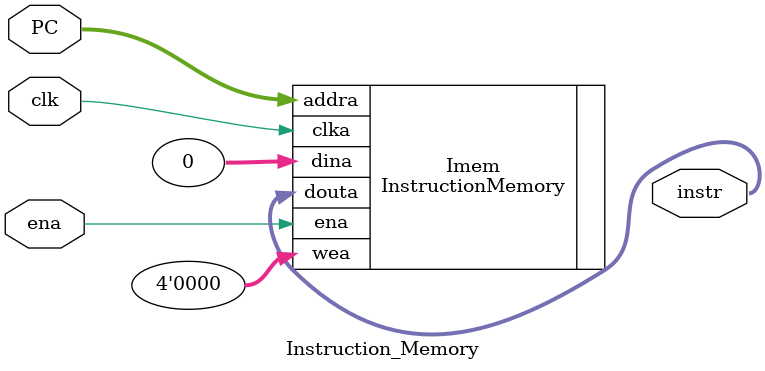
<source format=v>
`timescale 1ns / 1ps

// Instruction Memory Block
module Instruction_Memory(
	 input clk,
	 input [31:0] PC,
	 input ena,
	 output [31:0] instr
    );
	 
	 
InstructionMemory Imem (
  .clka(clk), // input clka
  .ena(ena), // input ena
  .wea(4'b0), // input [3 : 0] wea
  .addra(PC), // input [31 : 0] addra
  .dina(0), // input [31 : 0] dina
  .douta(instr) // output [31 : 0] douta
);

endmodule

</source>
